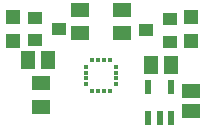
<source format=gbr>
G04 EAGLE Gerber RS-274X export*
G75*
%MOMM*%
%FSLAX34Y34*%
%LPD*%
%INSolderpaste Top*%
%IPPOS*%
%AMOC8*
5,1,8,0,0,1.08239X$1,22.5*%
G01*
%ADD10R,0.450000X0.300000*%
%ADD11R,0.300000X0.450000*%
%ADD12R,1.500000X1.200000*%
%ADD13R,1.300000X1.500000*%
%ADD14R,1.500000X1.300000*%
%ADD15R,0.550000X1.200000*%
%ADD16R,1.300000X1.200000*%
%ADD17R,1.200000X1.000000*%


D10*
X101650Y81400D03*
X101650Y86400D03*
X101650Y91400D03*
X101650Y96400D03*
D11*
X96400Y101650D03*
X91400Y101650D03*
X86400Y101650D03*
X81400Y101650D03*
D10*
X76150Y96400D03*
X76150Y91400D03*
X76150Y86400D03*
X76150Y81400D03*
D11*
X81400Y76150D03*
X86400Y76150D03*
X91400Y76150D03*
X96400Y76150D03*
D12*
X38100Y82890D03*
X38100Y61890D03*
D13*
X131200Y97790D03*
X148200Y97790D03*
X27060Y101600D03*
X44060Y101600D03*
D14*
X165100Y58810D03*
X165100Y75810D03*
D15*
X128930Y53039D03*
X138430Y53039D03*
X147930Y53039D03*
X147930Y79041D03*
X128930Y79041D03*
D16*
X165100Y138430D03*
X165100Y118110D03*
X13970Y118110D03*
X13970Y138430D03*
D14*
X106680Y144120D03*
X106680Y125120D03*
X71120Y144120D03*
X71120Y125120D03*
D17*
X127160Y127000D03*
X147160Y136500D03*
X147160Y117500D03*
X53180Y128270D03*
X33180Y118770D03*
X33180Y137770D03*
M02*

</source>
